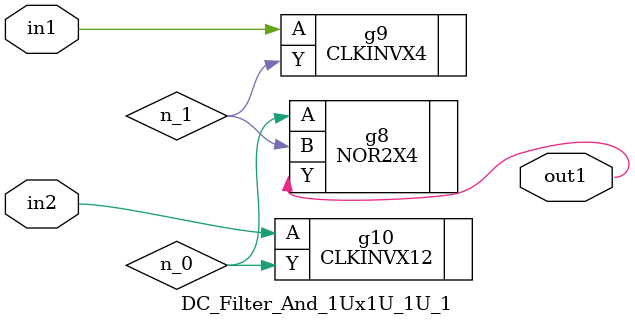
<source format=v>
`timescale 1ps / 1ps


module DC_Filter_And_1Ux1U_1U_1(in2, in1, out1);
  input in2, in1;
  output out1;
  wire in2, in1;
  wire out1;
  wire n_0, n_1;
  NOR2X4 g8(.A (n_0), .B (n_1), .Y (out1));
  CLKINVX4 g9(.A (in1), .Y (n_1));
  CLKINVX12 g10(.A (in2), .Y (n_0));
endmodule


</source>
